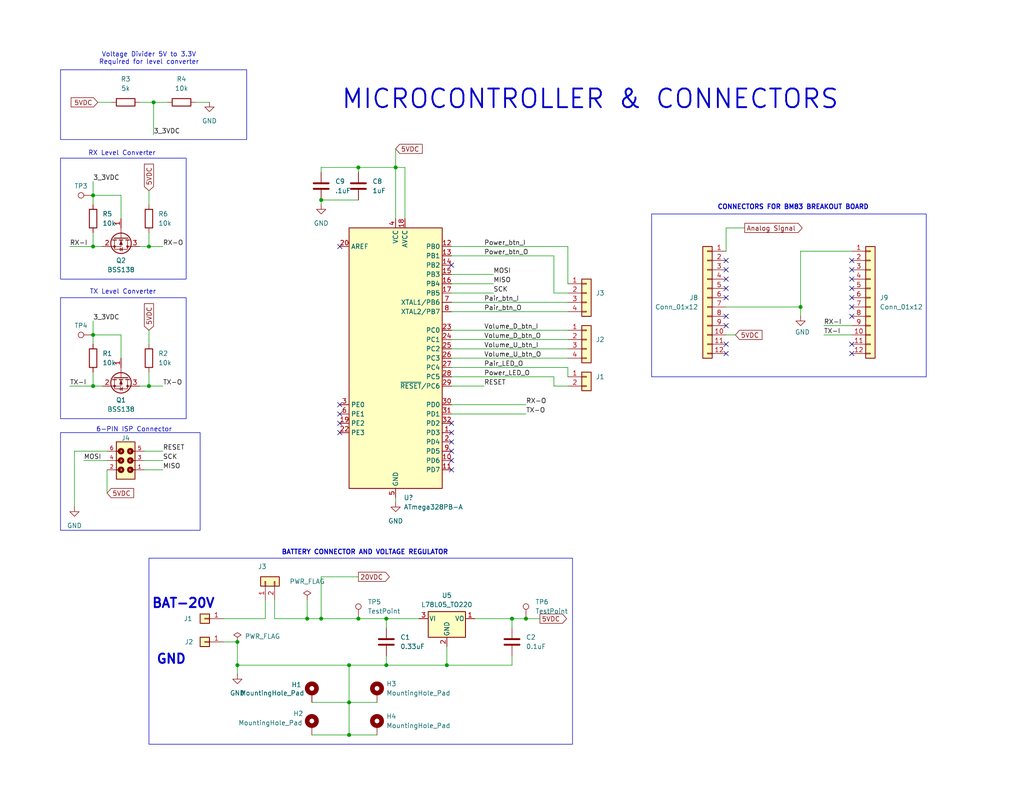
<source format=kicad_sch>
(kicad_sch (version 20231120) (generator "eeschema") (generator_version "8.0")
  (paper "A")
  (title_block (title "Main Bluetooth Speaker") (date "2024-09-06") (rev "A") (company "Synergy Electronics"))
  (lib_symbols
    (symbol "6120XX21621_61200621621:6120XX21621_61200621621" (pin_names (offset 1.016))
      (property "Reference" "J" (at -6.26 0.35 0))
      (symbol "6120XX21621_61200621621_0_0"
        (rectangle (start -5.08 -2.54) (end 5.08 2.54) (stroke (width 0.254)) (fill (type background)))
        (circle (center -2.54 -1.27) (radius 0.254) (stroke (width 0.635)))
        (circle (center -2.54 1.27) (radius 0.254) (stroke (width 0.635)))
        (circle (center 0 -1.27) (radius 0.254) (stroke (width 0.635)))
        (polyline (pts (xy -2.54 -1.27) (xy -2.54 -2.54)) (stroke (width 0.254)))
        (polyline (pts (xy -2.54 1.27) (xy -2.54 2.54)) (stroke (width 0.254)))
        (polyline (pts (xy 0 -1.27) (xy 0 -2.54)) (stroke (width 0.254)))
        (polyline (pts (xy 0 1.27) (xy 0 2.54)) (stroke (width 0.254)))
        (polyline (pts (xy 2.54 -1.27) (xy 2.54 -2.54)) (stroke (width 0.254)))
        (polyline (pts (xy 2.54 1.27) (xy 2.54 2.54)) (stroke (width 0.254)))
        (circle (center 0 1.27) (radius 0.254) (stroke (width 0.635)))
        (circle (center 2.54 -1.27) (radius 0.254) (stroke (width 0.635)))
        (circle (center 2.54 1.27) (radius 0.254) (stroke (width 0.635)))
        (pin passive line (at -2.54 -5.08 90) (length 2.54) (name "~") (number "1"))
        (pin passive line (at -2.54 5.08 270) (length 2.54) (name "~") (number "2"))
        (pin passive line (at 0 -5.08 90) (length 2.54) (name "~") (number "3"))
        (pin passive line (at 0 5.08 270) (length 2.54) (name "~") (number "4"))
        (pin passive line (at 2.54 -5.08 90) (length 2.54) (name "~") (number "5"))
        (pin passive line (at 2.54 5.08 270) (length 2.54) (name "~") (number "6"))
      )
    )
    (symbol "Connector:TestPoint" (pin_numbers hide) (pin_names (offset 0.762) hide)
      (property "Reference" "TP" (at 0 6.858 0))
      (property "Value" "TestPoint" (at 0 5.08 0))
      (symbol "TestPoint_0_1"
        (circle (center 0 3.302) (radius 0.762))
      )
      (symbol "TestPoint_1_1"
        (pin passive line (at 0 0 90) (length 2.54) (name "1") (number "1"))
      )
    )
    (symbol "Connector_Generic:Conn_01x01" (pin_names (offset 1.016) hide)
      (property "Reference" "J" (at 0 2.54 0))
      (property "Value" "Conn_01x01" (at 0 -2.54 0))
      (symbol "Conn_01x01_1_1"
        (rectangle (start -1.27 0.127) (end 0 -0.127) (stroke (width 0.1524)))
        (rectangle (start -1.27 1.27) (end 1.27 -1.27) (stroke (width 0.254)) (fill (type background)))
        (pin passive line (at -5.08 0 0) (length 3.81) (name "Pin_1") (number "1"))
      )
    )
    (symbol "Connector_Generic:Conn_01x02" (pin_names (offset 1.016) hide)
      (property "Reference" "J" (at 0 2.54 0))
      (property "Value" "Conn_01x02" (at 0 -5.08 0))
      (symbol "Conn_01x02_1_1"
        (rectangle (start -1.27 -2.413) (end 0 -2.667) (stroke (width 0.1524)))
        (rectangle (start -1.27 0.127) (end 0 -0.127) (stroke (width 0.1524)))
        (rectangle (start -1.27 1.27) (end 1.27 -3.81) (stroke (width 0.254)) (fill (type background)))
        (pin passive line (at -5.08 0 0) (length 3.81) (name "Pin_1") (number "1"))
        (pin passive line (at -5.08 -2.54 0) (length 3.81) (name "Pin_2") (number "2"))
      )
    )
    (symbol "Connector_Generic:Conn_01x04" (pin_names (offset 1.016) hide)
      (property "Reference" "J" (at 0 5.08 0))
      (property "Value" "Conn_01x04" (at 0 -7.62 0))
      (symbol "Conn_01x04_1_1"
        (rectangle (start -1.27 -4.953) (end 0 -5.207) (stroke (width 0.1524)))
        (rectangle (start -1.27 -2.413) (end 0 -2.667) (stroke (width 0.1524)))
        (rectangle (start -1.27 0.127) (end 0 -0.127) (stroke (width 0.1524)))
        (rectangle (start -1.27 2.667) (end 0 2.413) (stroke (width 0.1524)))
        (rectangle (start -1.27 3.81) (end 1.27 -6.35) (stroke (width 0.254)) (fill (type background)))
        (pin passive line (at -5.08 2.54 0) (length 3.81) (name "Pin_1") (number "1"))
        (pin passive line (at -5.08 0 0) (length 3.81) (name "Pin_2") (number "2"))
        (pin passive line (at -5.08 -2.54 0) (length 3.81) (name "Pin_3") (number "3"))
        (pin passive line (at -5.08 -5.08 0) (length 3.81) (name "Pin_4") (number "4"))
      )
    )
    (symbol "Connector_Generic:Conn_01x12" (pin_names (offset 1.016) hide)
      (property "Reference" "J" (at 0 15.24 0))
      (property "Value" "Conn_01x12" (at 0 -17.78 0))
      (symbol "Conn_01x12_1_1"
        (rectangle (start -1.27 -15.113) (end 0 -15.367) (stroke (width 0.1524)))
        (rectangle (start -1.27 -12.573) (end 0 -12.827) (stroke (width 0.1524)))
        (rectangle (start -1.27 -10.033) (end 0 -10.287) (stroke (width 0.1524)))
        (rectangle (start -1.27 -7.493) (end 0 -7.747) (stroke (width 0.1524)))
        (rectangle (start -1.27 -4.953) (end 0 -5.207) (stroke (width 0.1524)))
        (rectangle (start -1.27 -2.413) (end 0 -2.667) (stroke (width 0.1524)))
        (rectangle (start -1.27 0.127) (end 0 -0.127) (stroke (width 0.1524)))
        (rectangle (start -1.27 2.667) (end 0 2.413) (stroke (width 0.1524)))
        (rectangle (start -1.27 5.207) (end 0 4.953) (stroke (width 0.1524)))
        (rectangle (start -1.27 7.747) (end 0 7.493) (stroke (width 0.1524)))
        (rectangle (start -1.27 10.287) (end 0 10.033) (stroke (width 0.1524)))
        (rectangle (start -1.27 12.827) (end 0 12.573) (stroke (width 0.1524)))
        (rectangle (start -1.27 13.97) (end 1.27 -16.51) (stroke (width 0.254)) (fill (type background)))
        (pin passive line (at -5.08 12.7 0) (length 3.81) (name "Pin_1") (number "1"))
        (pin passive line (at -5.08 -10.16 0) (length 3.81) (name "Pin_10") (number "10"))
        (pin passive line (at -5.08 -12.7 0) (length 3.81) (name "Pin_11") (number "11"))
        (pin passive line (at -5.08 -15.24 0) (length 3.81) (name "Pin_12") (number "12"))
        (pin passive line (at -5.08 10.16 0) (length 3.81) (name "Pin_2") (number "2"))
        (pin passive line (at -5.08 7.62 0) (length 3.81) (name "Pin_3") (number "3"))
        (pin passive line (at -5.08 5.08 0) (length 3.81) (name "Pin_4") (number "4"))
        (pin passive line (at -5.08 2.54 0) (length 3.81) (name "Pin_5") (number "5"))
        (pin passive line (at -5.08 0 0) (length 3.81) (name "Pin_6") (number "6"))
        (pin passive line (at -5.08 -2.54 0) (length 3.81) (name "Pin_7") (number "7"))
        (pin passive line (at -5.08 -5.08 0) (length 3.81) (name "Pin_8") (number "8"))
        (pin passive line (at -5.08 -7.62 0) (length 3.81) (name "Pin_9") (number "9"))
      )
    )
    (symbol "Device:C" (pin_numbers hide) (pin_names (offset 0.254))
      (property "Reference" "C" (at 0.635 2.54 0))
      (property "Value" "C" (at 0.635 -2.54 0))
      (symbol "C_0_1"
        (polyline (pts (xy -2.032 -0.762) (xy 2.032 -0.762)) (stroke (width 0.508)))
        (polyline (pts (xy -2.032 0.762) (xy 2.032 0.762)) (stroke (width 0.508)))
      )
      (symbol "C_1_1"
        (pin passive line (at 0 3.81 270) (length 2.794) (name "~") (number "1"))
        (pin passive line (at 0 -3.81 90) (length 2.794) (name "~") (number "2"))
      )
    )
    (symbol "Device:R" (pin_numbers hide) (pin_names (offset 0))
      (property "Reference" "R" (at 2.032 0 90))
      (property "Value" "R" (at 0 0 90))
      (symbol "R_0_1"
        (rectangle (start -1.016 -2.54) (end 1.016 2.54) (stroke (width 0.254)))
      )
      (symbol "R_1_1"
        (pin passive line (at 0 3.81 270) (length 1.27) (name "~") (number "1"))
        (pin passive line (at 0 -3.81 90) (length 1.27) (name "~") (number "2"))
      )
    )
    (symbol "MCU_Microchip_ATmega:ATmega328PB-A"
      (property "Reference" "U" (at -12.7 36.83 0))
      (property "Value" "ATmega328PB-A" (at 2.54 -36.83 0))
      (symbol "ATmega328PB-A_0_1"
        (rectangle (start -12.7 -35.56) (end 12.7 35.56) (stroke (width 0.254)) (fill (type background)))
      )
      (symbol "ATmega328PB-A_1_1"
        (pin bidirectional line (at 15.24 -20.32 180) (length 2.54) (name "PD3") (number "1"))
        (pin bidirectional line (at 15.24 -27.94 180) (length 2.54) (name "PD6") (number "10"))
        (pin bidirectional line (at 15.24 -30.48 180) (length 2.54) (name "PD7") (number "11"))
        (pin bidirectional line (at 15.24 30.48 180) (length 2.54) (name "PB0") (number "12"))
        (pin bidirectional line (at 15.24 27.94 180) (length 2.54) (name "PB1") (number "13"))
        (pin bidirectional line (at 15.24 25.4 180) (length 2.54) (name "PB2") (number "14"))
        (pin bidirectional line (at 15.24 22.86 180) (length 2.54) (name "PB3") (number "15"))
        (pin bidirectional line (at 15.24 20.32 180) (length 2.54) (name "PB4") (number "16"))
        (pin bidirectional line (at 15.24 17.78 180) (length 2.54) (name "PB5") (number "17"))
        (pin power_in line (at 2.54 38.1 270) (length 2.54) (name "AVCC") (number "18"))
        (pin bidirectional line (at -15.24 -17.78 0) (length 2.54) (name "PE2") (number "19"))
        (pin bidirectional line (at 15.24 -22.86 180) (length 2.54) (name "PD4") (number "2"))
        (pin passive line (at -15.24 30.48 0) (length 2.54) (name "AREF") (number "20"))
        (pin passive line (at 0 -38.1 90) (length 2.54) hide (name "GND") (number "21"))
        (pin bidirectional line (at -15.24 -20.32 0) (length 2.54) (name "PE3") (number "22"))
        (pin bidirectional line (at 15.24 7.62 180) (length 2.54) (name "PC0") (number "23"))
        (pin bidirectional line (at 15.24 5.08 180) (length 2.54) (name "PC1") (number "24"))
        (pin bidirectional line (at 15.24 2.54 180) (length 2.54) (name "PC2") (number "25"))
        (pin bidirectional line (at 15.24 0 180) (length 2.54) (name "PC3") (number "26"))
        (pin bidirectional line (at 15.24 -2.54 180) (length 2.54) (name "PC4") (number "27"))
        (pin bidirectional line (at 15.24 -5.08 180) (length 2.54) (name "PC5") (number "28"))
        (pin bidirectional line (at 15.24 -7.62 180) (length 2.54) (name "~{RESET}/PC6") (number "29"))
        (pin bidirectional line (at -15.24 -12.7 0) (length 2.54) (name "PE0") (number "3"))
        (pin bidirectional line (at 15.24 -12.7 180) (length 2.54) (name "PD0") (number "30"))
        (pin bidirectional line (at 15.24 -15.24 180) (length 2.54) (name "PD1") (number "31"))
        (pin bidirectional line (at 15.24 -17.78 180) (length 2.54) (name "PD2") (number "32"))
        (pin power_in line (at 0 38.1 270) (length 2.54) (name "VCC") (number "4"))
        (pin power_in line (at 0 -38.1 90) (length 2.54) (name "GND") (number "5"))
        (pin bidirectional line (at -15.24 -15.24 0) (length 2.54) (name "PE1") (number "6"))
        (pin bidirectional line (at 15.24 15.24 180) (length 2.54) (name "XTAL1/PB6") (number "7"))
        (pin bidirectional line (at 15.24 12.7 180) (length 2.54) (name "XTAL2/PB7") (number "8"))
        (pin bidirectional line (at 15.24 -25.4 180) (length 2.54) (name "PD5") (number "9"))
      )
    )
    (symbol "Mechanical:MountingHole_Pad" (pin_numbers hide) (pin_names (offset 1.016) hide) (exclude_from_sim yes) (in_bom no)
      (property "Reference" "H" (at 0 6.35 0))
      (property "Value" "MountingHole_Pad" (at 0 4.445 0))
      (symbol "MountingHole_Pad_0_1"
        (circle (center 0 1.27) (radius 1.27) (stroke (width 1.27)))
      )
      (symbol "MountingHole_Pad_1_1"
        (pin input line (at 0 -2.54 90) (length 2.54) (name "1") (number "1"))
      )
    )
    (symbol "Regulator_Linear:L78L05_TO92" (pin_names (offset 0.254))
      (property "Reference" "U" (at -3.81 3.175 0))
      (property "Value" "L78L05_TO92" (at 0 3.175 0))
      (symbol "L78L05_TO92_0_1"
        (rectangle (start -5.08 -5.08) (end 5.08 1.905) (stroke (width 0.254)) (fill (type background)))
      )
      (symbol "L78L05_TO92_1_1"
        (pin power_out line (at 7.62 0 180) (length 2.54) (name "VO") (number "1"))
        (pin power_in line (at 0 -7.62 90) (length 2.54) (name "GND") (number "2"))
        (pin power_in line (at -7.62 0 0) (length 2.54) (name "VI") (number "3"))
      )
    )
    (symbol "Transistor_FET:BSS138" (pin_names hide)
      (property "Reference" "Q" (at 5.08 1.905 0))
      (property "Value" "BSS138" (at 5.08 0 0))
      (symbol "BSS138_0_1"
        (polyline (pts (xy 0.254 0) (xy -2.54 0)))
        (polyline (pts (xy 0.254 1.905) (xy 0.254 -1.905)) (stroke (width 0.254)))
        (polyline (pts (xy 0.762 -1.27) (xy 0.762 -2.286)) (stroke (width 0.254)))
        (polyline (pts (xy 0.762 0.508) (xy 0.762 -0.508)) (stroke (width 0.254)))
        (polyline (pts (xy 0.762 2.286) (xy 0.762 1.27)) (stroke (width 0.254)))
        (polyline (pts (xy 2.54 2.54) (xy 2.54 1.778)))
        (polyline (pts (xy 2.54 -2.54) (xy 2.54 0) (xy 0.762 0)))
        (polyline (pts (xy 0.762 -1.778) (xy 3.302 -1.778) (xy 3.302 1.778) (xy 0.762 1.778)))
        (polyline (pts (xy 1.016 0) (xy 2.032 0.381) (xy 2.032 -0.381) (xy 1.016 0)) (fill (type outline)))
        (polyline (pts (xy 2.794 0.508) (xy 2.921 0.381) (xy 3.683 0.381) (xy 3.81 0.254)))
        (polyline (pts (xy 3.302 0.381) (xy 2.921 -0.254) (xy 3.683 -0.254) (xy 3.302 0.381)))
        (circle (center 1.651 0) (radius 2.794) (stroke (width 0.254)))
        (circle (center 2.54 -1.778) (radius 0.254) (fill (type outline)))
        (circle (center 2.54 1.778) (radius 0.254) (fill (type outline)))
      )
      (symbol "BSS138_1_1"
        (pin input line (at -5.08 0 0) (length 2.54) (name "G") (number "1"))
        (pin passive line (at 2.54 -5.08 90) (length 2.54) (name "S") (number "2"))
        (pin passive line (at 2.54 5.08 270) (length 2.54) (name "D") (number "3"))
      )
    )
    (symbol "power:GND" (power) (pin_numbers hide) (pin_names (offset 0) hide)
      (property "Value" "GND" (at 0 -3.81 0))
      (symbol "GND_0_1"
        (polyline (pts (xy 0 0) (xy 0 -1.27) (xy 1.27 -1.27) (xy 0 -2.54) (xy -1.27 -1.27) (xy 0 -1.27)))
      )
      (symbol "GND_1_1"
        (pin power_in line (at 0 0 270) (length 0) (name "~") (number "1"))
      )
    )
    (symbol "power:PWR_FLAG" (power) (pin_numbers hide) (pin_names (offset 0) hide)
      (property "Value" "PWR_FLAG" (at 0 3.81 0))
      (symbol "PWR_FLAG_0_0"
        (pin power_out line (at 0 0 90) (length 0) (name "~") (number "1"))
      )
      (symbol "PWR_FLAG_0_1"
        (polyline (pts (xy 0 0) (xy 0 1.27) (xy -1.016 1.905) (xy 0 2.54) (xy 1.016 1.905) (xy 0 1.27)))
      )
    )
  )
  (junction (at 95.25 200.66))
  (junction (at 97.79 45.72))
  (junction (at 121.92 181.61))
  (junction (at 87.63 168.91))
  (junction (at 25.4 67.31))
  (junction (at 64.77 175.26))
  (junction (at 41.91 27.94))
  (junction (at 97.79 168.91))
  (junction (at 139.7 168.91))
  (junction (at 40.64 67.31))
  (junction (at 105.41 168.91))
  (junction (at 105.41 181.61))
  (junction (at 95.25 191.77))
  (junction (at 87.63 54.61))
  (junction (at 25.4 105.41))
  (junction (at 218.44 83.82))
  (junction (at 25.4 91.44))
  (junction (at 95.25 181.61))
  (junction (at 64.77 181.61))
  (junction (at 25.4 53.34))
  (junction (at 40.64 105.41))
  (junction (at 107.95 45.72))
  (junction (at 83.82 168.91))
  (junction (at 143.51 168.91))
  (no_connect (at 123.19 72.39))
  (no_connect (at 92.71 67.31))
  (no_connect (at 198.12 73.66))
  (no_connect (at 123.19 118.11))
  (no_connect (at 198.12 86.36))
  (no_connect (at 198.12 93.98))
  (no_connect (at 198.12 96.52))
  (no_connect (at 232.41 76.2))
  (no_connect (at 198.12 88.9))
  (no_connect (at 198.12 78.74))
  (no_connect (at 232.41 78.74))
  (no_connect (at 123.19 128.27))
  (no_connect (at 232.41 83.82))
  (no_connect (at 198.12 81.28))
  (no_connect (at 92.71 113.03))
  (no_connect (at 92.71 118.11))
  (no_connect (at 232.41 81.28))
  (no_connect (at 123.19 120.65))
  (no_connect (at 123.19 115.57))
  (no_connect (at 123.19 123.19))
  (no_connect (at 198.12 76.2))
  (no_connect (at 232.41 93.98))
  (no_connect (at 232.41 86.36))
  (no_connect (at 123.19 125.73))
  (no_connect (at 232.41 73.66))
  (no_connect (at 92.71 110.49))
  (no_connect (at 92.71 115.57))
  (no_connect (at 232.41 96.52))
  (no_connect (at 198.12 71.12))
  (no_connect (at 232.41 71.12))
  (wire (pts (xy 20.32 123.19) (xy 20.32 138.43)))
  (wire (pts (xy 154.94 100.33) (xy 123.19 100.33)))
  (wire (pts (xy 123.19 85.09) (xy 154.94 85.09)))
  (wire (pts (xy 107.95 45.72) (xy 107.95 59.69)))
  (wire (pts (xy 33.02 59.69) (xy 33.02 53.34)))
  (wire (pts (xy 110.49 59.69) (xy 110.49 45.72)))
  (wire (pts (xy 25.4 53.34) (xy 25.4 55.88)))
  (wire (pts (xy 123.19 67.31) (xy 154.94 67.31)))
  (wire (pts (xy 97.79 45.72) (xy 87.63 45.72)))
  (wire (pts (xy 105.41 181.61) (xy 95.25 181.61)))
  (wire (pts (xy 64.77 181.61) (xy 95.25 181.61)))
  (wire (pts (xy 39.37 128.27) (xy 44.45 128.27)))
  (wire (pts (xy 139.7 168.91) (xy 139.7 171.45)))
  (wire (pts (xy 102.87 191.77) (xy 95.25 191.77)))
  (wire (pts (xy 218.44 68.58) (xy 218.44 83.82)))
  (wire (pts (xy 224.79 88.9) (xy 232.41 88.9)))
  (wire (pts (xy 154.94 80.01) (xy 151.13 80.01)))
  (wire (pts (xy 87.63 54.61) (xy 97.79 54.61)))
  (wire (pts (xy 129.54 168.91) (xy 139.7 168.91)))
  (wire (pts (xy 105.41 168.91) (xy 114.3 168.91)))
  (wire (pts (xy 72.39 163.83) (xy 72.39 168.91)))
  (wire (pts (xy 198.12 62.23) (xy 198.12 68.58)))
  (wire (pts (xy 123.19 95.25) (xy 154.94 95.25)))
  (wire (pts (xy 38.1 105.41) (xy 40.64 105.41)))
  (wire (pts (xy 74.93 168.91) (xy 83.82 168.91)))
  (wire (pts (xy 74.93 163.83) (xy 74.93 168.91)))
  (wire (pts (xy 123.19 82.55) (xy 154.94 82.55)))
  (wire (pts (xy 83.82 163.83) (xy 83.82 168.91)))
  (wire (pts (xy 87.63 45.72) (xy 87.63 46.99)))
  (wire (pts (xy 154.94 102.87) (xy 154.94 100.33)))
  (wire (pts (xy 107.95 40.64) (xy 107.95 45.72)))
  (wire (pts (xy 123.19 80.01) (xy 134.62 80.01)))
  (wire (pts (xy 224.79 91.44) (xy 232.41 91.44)))
  (wire (pts (xy 83.82 168.91) (xy 87.63 168.91)))
  (wire (pts (xy 19.05 105.41) (xy 25.4 105.41)))
  (wire (pts (xy 53.34 27.94) (xy 57.15 27.94)))
  (wire (pts (xy 60.96 168.91) (xy 72.39 168.91)))
  (wire (pts (xy 105.41 168.91) (xy 105.41 171.45)))
  (wire (pts (xy 123.19 77.47) (xy 134.62 77.47)))
  (wire (pts (xy 123.19 69.85) (xy 151.13 69.85)))
  (wire (pts (xy 139.7 168.91) (xy 143.51 168.91)))
  (wire (pts (xy 40.64 105.41) (xy 40.64 101.6)))
  (wire (pts (xy 198.12 83.82) (xy 218.44 83.82)))
  (wire (pts (xy 41.91 27.94) (xy 41.91 36.83)))
  (wire (pts (xy 123.19 74.93) (xy 134.62 74.93)))
  (wire (pts (xy 40.64 67.31) (xy 44.45 67.31)))
  (wire (pts (xy 95.25 191.77) (xy 85.09 191.77)))
  (wire (pts (xy 107.95 45.72) (xy 97.79 45.72)))
  (wire (pts (xy 218.44 83.82) (xy 218.44 86.36)))
  (wire (pts (xy 40.64 52.07) (xy 40.64 55.88)))
  (wire (pts (xy 123.19 110.49) (xy 143.51 110.49)))
  (wire (pts (xy 151.13 105.41) (xy 154.94 105.41)))
  (wire (pts (xy 154.94 77.47) (xy 154.94 67.31)))
  (wire (pts (xy 121.92 181.61) (xy 139.7 181.61)))
  (wire (pts (xy 95.25 181.61) (xy 95.25 191.77)))
  (wire (pts (xy 40.64 90.17) (xy 40.64 93.98)))
  (wire (pts (xy 123.19 113.03) (xy 143.51 113.03)))
  (wire (pts (xy 123.19 90.17) (xy 154.94 90.17)))
  (wire (pts (xy 143.51 168.91) (xy 147.32 168.91)))
  (wire (pts (xy 25.4 105.41) (xy 27.94 105.41)))
  (wire (pts (xy 151.13 102.87) (xy 123.19 102.87)))
  (wire (pts (xy 25.4 87.63) (xy 25.4 91.44)))
  (wire (pts (xy 40.64 67.31) (xy 40.64 63.5)))
  (wire (pts (xy 232.41 68.58) (xy 218.44 68.58)))
  (wire (pts (xy 107.95 135.89) (xy 107.95 137.16)))
  (wire (pts (xy 87.63 157.48) (xy 97.79 157.48)))
  (wire (pts (xy 25.4 67.31) (xy 27.94 67.31)))
  (wire (pts (xy 19.05 67.31) (xy 25.4 67.31)))
  (wire (pts (xy 25.4 101.6) (xy 25.4 105.41)))
  (wire (pts (xy 151.13 80.01) (xy 151.13 69.85)))
  (wire (pts (xy 25.4 49.53) (xy 25.4 53.34)))
  (wire (pts (xy 25.4 53.34) (xy 33.02 53.34)))
  (wire (pts (xy 39.37 125.73) (xy 44.45 125.73)))
  (wire (pts (xy 29.21 128.27) (xy 29.21 134.62)))
  (wire (pts (xy 39.37 123.19) (xy 44.45 123.19)))
  (wire (pts (xy 26.67 27.94) (xy 30.48 27.94)))
  (wire (pts (xy 33.02 97.79) (xy 33.02 91.44)))
  (wire (pts (xy 203.2 62.23) (xy 198.12 62.23)))
  (wire (pts (xy 97.79 45.72) (xy 97.79 46.99)))
  (wire (pts (xy 41.91 27.94) (xy 45.72 27.94)))
  (wire (pts (xy 121.92 176.53) (xy 121.92 181.61)))
  (wire (pts (xy 151.13 105.41) (xy 151.13 102.87)))
  (wire (pts (xy 38.1 27.94) (xy 41.91 27.94)))
  (wire (pts (xy 110.49 45.72) (xy 107.95 45.72)))
  (wire (pts (xy 95.25 200.66) (xy 102.87 200.66)))
  (wire (pts (xy 38.1 67.31) (xy 40.64 67.31)))
  (wire (pts (xy 97.79 168.91) (xy 105.41 168.91)))
  (wire (pts (xy 25.4 91.44) (xy 25.4 93.98)))
  (wire (pts (xy 87.63 157.48) (xy 87.63 168.91)))
  (wire (pts (xy 139.7 181.61) (xy 139.7 179.07)))
  (wire (pts (xy 64.77 175.26) (xy 64.77 181.61)))
  (wire (pts (xy 40.64 105.41) (xy 44.45 105.41)))
  (wire (pts (xy 123.19 97.79) (xy 154.94 97.79)))
  (wire (pts (xy 87.63 168.91) (xy 97.79 168.91)))
  (wire (pts (xy 105.41 179.07) (xy 105.41 181.61)))
  (wire (pts (xy 198.12 91.44) (xy 200.66 91.44)))
  (wire (pts (xy 87.63 55.88) (xy 87.63 54.61)))
  (wire (pts (xy 22.86 125.73) (xy 29.21 125.73)))
  (wire (pts (xy 64.77 175.26) (xy 60.96 175.26)))
  (wire (pts (xy 29.21 123.19) (xy 20.32 123.19)))
  (wire (pts (xy 123.19 105.41) (xy 132.08 105.41)))
  (wire (pts (xy 95.25 200.66) (xy 95.25 191.77)))
  (wire (pts (xy 123.19 92.71) (xy 154.94 92.71)))
  (wire (pts (xy 105.41 181.61) (xy 121.92 181.61)))
  (wire (pts (xy 33.02 91.44) (xy 25.4 91.44)))
  (wire (pts (xy 85.09 200.66) (xy 95.25 200.66)))
  (wire (pts (xy 64.77 184.15) (xy 64.77 181.61)))
  (wire (pts (xy 25.4 63.5) (xy 25.4 67.31)))
  (rectangle (start 16.51 43.18) (end 50.8 76.2))
  (rectangle (start 16.51 81.28) (end 50.8 114.3))
  (rectangle (start 40.64 152.4) (end 156.21 203.2))
  (rectangle (start 16.51 118.11) (end 54.61 144.78))
  (rectangle (start 16.51 19.05) (end 67.31 38.1))
  (rectangle (start 177.8 58.42) (end 252.73 102.87))
  (text "BAT-20V" (at 50.038 164.846 0) (effects (font (size 2.54 2.54) (thickness 0.508) (bold yes))))
  (text "CONNECTORS FOR BM83 BREAKOUT BOARD" (at 216.408 56.642 0) (effects (font (size 1.27 1.27) (thickness 0.254) (bold yes))))
  (text "MICROCONTROLLER & CONNECTORS" (at 161.036 27.178 0) (effects (font (size 5.08 5.08) (thickness 0.508) (bold yes))))
  (text "RX Level Converter\n" (at 33.274 41.91 0) (effects (font (size 1.27 1.27))))
  (text "TX Level Converter\n" (at 33.528 79.756 0) (effects (font (size 1.27 1.27))))
  (text "BATTERY CONNECTOR AND VOLTAGE REGULATOR" (at 99.568 150.876 0) (effects (font (size 1.27 1.27) (thickness 0.254) (bold yes))))
  (text "6-PIN ISP Connector" (at 36.576 117.348 0) (effects (font (size 1.27 1.27))))
  (text "GND" (at 46.736 180.086 0) (effects (font (size 2.54 2.54) (thickness 0.508) (bold yes))))
  (text "Voltage Divider 5V to 3.3V\nRequired for level converter" (at 40.64 16.002 0) (effects (font (size 1.27 1.27))))
  (label "Volume_D_btn_O" (at 132.08 92.71 0))
  (label "TX-I" (at 224.79 91.44 0))
  (label "Volume_D_btn_I" (at 132.08 90.17 0))
  (label "3_3VDC" (at 25.4 87.63 0))
  (label "MISO" (at 44.45 128.27 0))
  (label "Power_LED_O" (at 132.08 102.87 0))
  (label "3_3VDC" (at 41.91 36.83 0))
  (label "RX-O" (at 143.51 110.49 0))
  (label "MOSI" (at 22.86 125.73 0))
  (label "3_3VDC" (at 25.4 49.53 0))
  (label "TX-I" (at 19.05 105.41 0))
  (label "MISO" (at 134.62 77.47 0))
  (label "TX-O" (at 143.51 113.03 0))
  (label "Power_btn_O" (at 132.08 69.85 0))
  (label "Volume_U_btn_I" (at 132.08 95.25 0))
  (label "Volume_U_btn_O" (at 132.08 97.79 0))
  (label "RX-I" (at 224.79 88.9 0))
  (label "Pair_btn_O" (at 132.08 85.09 0))
  (label "RX-I" (at 19.05 67.31 0))
  (label "MOSI" (at 134.62 74.93 0))
  (label "SCK" (at 44.45 125.73 0))
  (label "RX-O" (at 44.45 67.31 0))
  (label "SCK" (at 134.62 80.01 0))
  (label "TX-O" (at 44.45 105.41 0))
  (label "RESET" (at 132.08 105.41 0))
  (label "RESET" (at 44.45 123.19 0))
  (label "Pair_btn_I" (at 132.08 82.55 0))
  (label "Pair_LED_O" (at 132.08 100.33 0))
  (label "Power_btn_I" (at 132.08 67.31 0))
  (global_label "5VDC" (shape input) (at 200.66 91.44 0) (property "Intersheetrefs" "${INTERSHEET_REFS}" (effects (hide yes))))
  (global_label "5VDC" (shape input) (at 26.67 27.94 180) (property "Intersheetrefs" "${INTERSHEET_REFS}" (effects (hide yes))))
  (global_label "5VDC" (shape input) (at 107.95 40.64 0) (property "Intersheetrefs" "${INTERSHEET_REFS}" (effects (hide yes))))
  (global_label "5VDC" (shape input) (at 29.21 134.62 0) (property "Intersheetrefs" "${INTERSHEET_REFS}" (effects (hide yes))))
  (global_label "Analog Signal" (shape output) (at 203.2 62.23 0) (property "Intersheetrefs" "${INTERSHEET_REFS}" (effects (hide yes))))
  (global_label "5VDC" (shape output) (at 147.32 168.91 0) (property "Intersheetrefs" "${INTERSHEET_REFS}" (effects (hide yes))))
  (global_label "5VDC" (shape input) (at 40.64 90.17 90) (property "Intersheetrefs" "${INTERSHEET_REFS}" (effects (hide yes))))
  (global_label "5VDC" (shape input) (at 40.64 52.07 90) (property "Intersheetrefs" "${INTERSHEET_REFS}" (effects (hide yes))))
  (global_label "20VDC" (shape output) (at 97.79 157.48 0) (property "Intersheetrefs" "${INTERSHEET_REFS}" (effects (hide yes))))
  (symbol (lib_id "power:GND") (at 57.15 27.94 0) (unit 1)
    (property "Reference" "#PWR04" (effects (hide yes)))
    (property "Value" "GND" (at 57.15 33.02 0))
    (property "Description" "Power symbol creates a global label with name \"GND\" , ground" (effects (hide yes)))
  )
  (symbol (lib_id "Connector_Generic:Conn_01x12") (at 193.04 81.28 0) (mirror y) (unit 1)
    (property "Reference" "J8" (at 190.5 81.2799 0) (effects (justify left)))
    (property "Value" "Conn_01x12" (at 190.5 83.8199 0) (effects (justify left)))
    (property "Footprint" "Connector_PinHeader_2.54mm:PinHeader_1x12_P2.54mm_Vertical" (effects (hide yes)))
    (property "Description" "Generic connector, single row, 01x12, script generated (kicad-library-utils/schlib/autogen/connector/)" (effects (hide yes)))
  )
  (symbol (lib_id "power:GND") (at 20.32 138.43 0) (unit 1)
    (property "Reference" "#PWR03" (effects (hide yes)))
    (property "Value" "GND" (at 20.32 143.51 0))
    (property "Description" "Power symbol creates a global label with name \"GND\" , ground" (effects (hide yes)))
  )
  (symbol (lib_id "Connector:TestPoint") (at 25.4 53.34 90) (unit 1)
    (property "Reference" "TP3" (at 22.098 50.8 90))
    (property "Value" "TestPoint" (effects (hide yes)))
    (property "Footprint" "TestPoint:TestPoint_Pad_D1.5mm" (effects (hide yes)))
    (property "Description" "test point" (effects (hide yes)))
  )
  (symbol (lib_id "Device:C") (at 97.79 50.8 0) (unit 1)
    (property "Reference" "C8" (at 101.6 49.5299 0) (effects (justify left)))
    (property "Value" "1uF" (at 101.6 52.0699 0) (effects (justify left)))
    (property "Footprint" "Capacitor_THT:C_Disc_D4.7mm_W2.5mm_P5.00mm" (effects (hide yes)))
    (property "Description" "Unpolarized capacitor" (effects (hide yes)))
  )
  (symbol (lib_id "Transistor_FET:BSS138") (at 33.02 102.87 270) (unit 1)
    (property "Reference" "Q1" (at 33.02 109.22 90))
    (property "Value" "BSS138" (at 33.02 111.76 90))
    (property "Footprint" "Package_TO_SOT_SMD:SOT-23-3" (effects (hide yes)))
    (property "Datasheet" "https://www.onsemi.com/pub/Collateral/BSS138-D.PDF" (effects (hide yes)))
    (property "Description" "50V Vds, 0.22A Id, N-Channel MOSFET, SOT-23" (effects (hide yes)))
  )
  (symbol (lib_id "Device:R") (at 25.4 59.69 0) (unit 1)
    (property "Reference" "R5" (at 27.94 58.4199 0) (effects (justify left)))
    (property "Value" "10k" (at 27.94 60.9599 0) (effects (justify left)))
    (property "Footprint" "Resistor_THT:R_Axial_DIN0309_L9.0mm_D3.2mm_P12.70mm_Horizontal" (effects (hide yes)))
    (property "Description" "Resistor" (effects (hide yes)))
  )
  (symbol (lib_id "Connector_Generic:Conn_01x02") (at 160.02 102.87 0) (unit 1)
    (property "Reference" "J1" (at 162.56 102.8699 0) (effects (justify left)))
    (property "Value" "Conn_01x02" (effects (hide yes)))
    (property "Footprint" "Connector_PinHeader_2.54mm:PinHeader_1x02_P2.54mm_Vertical" (effects (hide yes)))
    (property "Description" "Generic connector, single row, 01x02, script generated (kicad-library-utils/schlib/autogen/connector/)" (effects (hide yes)))
  )
  (symbol (lib_id "Connector:TestPoint") (at 143.51 168.91 0) (unit 1)
    (property "Reference" "TP6" (at 146.05 164.3379 0) (effects (justify left)))
    (property "Value" "TestPoint" (at 146.05 166.8779 0) (effects (justify left)))
    (property "Footprint" "TestPoint:TestPoint_Pad_D1.5mm" (effects (hide yes)))
    (property "Description" "test point" (effects (hide yes)))
  )
  (symbol (lib_id "Mechanical:MountingHole_Pad") (at 102.87 198.12 0) (unit 1) (exclude_from_sim yes) (in_bom no)
    (property "Reference" "H4" (at 105.41 195.5799 0) (effects (justify left)))
    (property "Value" "MountingHole_Pad" (at 105.41 198.1199 0) (effects (justify left)))
    (property "Footprint" "MountingHole:MountingHole_3.5mm_Pad_TopBottom" (effects (hide yes)))
    (property "Description" "Mounting Hole with connection" (effects (hide yes)))
  )
  (symbol (lib_id "power:GND") (at 107.95 137.16 0) (unit 1)
    (property "Reference" "#PWR02" (effects (hide yes)))
    (property "Value" "GND" (at 107.95 142.24 0))
    (property "Description" "Power symbol creates a global label with name \"GND\" , ground" (effects (hide yes)))
  )
  (symbol (lib_id "power:GND") (at 218.44 86.36 0) (unit 1)
    (property "Reference" "#PWR05" (effects (hide yes)))
    (property "Value" "GND" (at 218.948 90.678 0))
    (property "Description" "Power symbol creates a global label with name \"GND\" , ground" (effects (hide yes)))
  )
  (symbol (lib_id "Device:C") (at 139.7 175.26 0) (unit 1)
    (property "Reference" "C2" (at 143.51 173.9899 0) (effects (justify left)))
    (property "Value" "0.1uF" (at 143.51 176.5299 0) (effects (justify left)))
    (property "Footprint" "Capacitor_THT:C_Disc_D4.7mm_W2.5mm_P5.00mm" (effects (hide yes)))
    (property "Description" "Unpolarized capacitor" (effects (hide yes)))
  )
  (symbol (lib_id "power:GND") (at 87.63 55.88 0) (unit 1)
    (property "Reference" "#PWR016" (effects (hide yes)))
    (property "Value" "GND" (at 87.63 60.96 0))
    (property "Description" "Power symbol creates a global label with name \"GND\" , ground" (effects (hide yes)))
  )
  (symbol (lib_id "Device:C") (at 105.41 175.26 0) (unit 1)
    (property "Reference" "C1" (at 109.22 173.9899 0) (effects (justify left)))
    (property "Value" "0.33uF" (at 109.22 176.5299 0) (effects (justify left)))
    (property "Footprint" "Capacitor_THT:C_Disc_D4.7mm_W2.5mm_P5.00mm" (effects (hide yes)))
    (property "Description" "Unpolarized capacitor" (effects (hide yes)))
  )
  (symbol (lib_id "Mechanical:MountingHole_Pad") (at 85.09 189.23 0) (unit 1) (exclude_from_sim yes) (in_bom no)
    (property "Reference" "H1" (at 79.502 186.944 0) (effects (justify left)))
    (property "Value" "MountingHole_Pad" (at 65.532 189.23 0) (effects (justify left)))
    (property "Footprint" "MountingHole:MountingHole_3.5mm_Pad_TopBottom" (effects (hide yes)))
    (property "Description" "Mounting Hole with connection" (effects (hide yes)))
  )
  (symbol (lib_id "Connector_Generic:Conn_01x04") (at 160.02 80.01 0) (unit 1)
    (property "Reference" "J3" (at 162.56 80.0099 0) (effects (justify left)))
    (property "Value" "Conn_01x04" (effects (hide yes)))
    (property "Footprint" "Connector_PinHeader_2.00mm:PinHeader_1x04_P2.00mm_Vertical" (effects (hide yes)))
    (property "Description" "Generic connector, single row, 01x04, script generated (kicad-library-utils/schlib/autogen/connector/)" (effects (hide yes)))
  )
  (symbol (lib_id "power:PWR_FLAG") (at 64.77 175.26 0) (unit 1)
    (property "Reference" "#FLG04" (effects (hide yes)))
    (property "Value" "PWR_FLAG" (at 71.628 173.736 0))
    (property "Description" "Special symbol for telling ERC where power comes from" (effects (hide yes)))
  )
  (symbol (lib_id "Device:R") (at 34.29 27.94 90) (unit 1)
    (property "Reference" "R3" (at 34.29 21.59 90))
    (property "Value" "5k" (at 34.29 24.13 90))
    (property "Footprint" "Resistor_THT:R_Axial_DIN0309_L9.0mm_D3.2mm_P12.70mm_Horizontal" (effects (hide yes)))
    (property "Description" "Resistor" (effects (hide yes)))
  )
  (symbol (lib_id "Connector_Generic:Conn_01x04") (at 160.02 92.71 0) (unit 1)
    (property "Reference" "J2" (at 162.56 92.7099 0) (effects (justify left)))
    (property "Value" "Conn_01x04" (effects (hide yes)))
    (property "Footprint" "Connector_PinHeader_2.00mm:PinHeader_1x04_P2.00mm_Vertical" (effects (hide yes)))
    (property "Description" "Generic connector, single row, 01x04, script generated (kicad-library-utils/schlib/autogen/connector/)" (effects (hide yes)))
  )
  (symbol (lib_id "Mechanical:MountingHole_Pad") (at 85.09 198.12 0) (unit 1) (exclude_from_sim yes) (in_bom no)
    (property "Reference" "H2" (at 80.01 194.818 0) (effects (justify left)))
    (property "Value" "MountingHole_Pad" (at 65.024 197.358 0) (effects (justify left)))
    (property "Footprint" "MountingHole:MountingHole_3.5mm_Pad_TopBottom" (effects (hide yes)))
    (property "Description" "Mounting Hole with connection" (effects (hide yes)))
  )
  (symbol (lib_id "Connector:TestPoint") (at 25.4 91.44 90) (unit 1)
    (property "Reference" "TP4" (at 22.098 88.9 90))
    (property "Value" "TestPoint" (effects (hide yes)))
    (property "Footprint" "TestPoint:TestPoint_Pad_D1.5mm" (effects (hide yes)))
    (property "Description" "test point" (effects (hide yes)))
  )
  (symbol (lib_id "Connector:TestPoint") (at 97.79 168.91 0) (unit 1)
    (property "Reference" "TP5" (at 100.33 164.3379 0) (effects (justify left)))
    (property "Value" "TestPoint" (at 100.33 166.8779 0) (effects (justify left)))
    (property "Footprint" "TestPoint:TestPoint_Pad_D1.5mm" (effects (hide yes)))
    (property "Description" "test point" (effects (hide yes)))
  )
  (symbol (lib_id "Connector_Generic:Conn_01x12") (at 237.49 81.28 0) (unit 1)
    (property "Reference" "J9" (at 240.03 81.2799 0) (effects (justify left)))
    (property "Value" "Conn_01x12" (at 240.03 83.8199 0) (effects (justify left)))
    (property "Footprint" "Connector_PinHeader_2.54mm:PinHeader_1x12_P2.54mm_Vertical" (effects (hide yes)))
    (property "Description" "Generic connector, single row, 01x12, script generated (kicad-library-utils/schlib/autogen/connector/)" (effects (hide yes)))
  )
  (symbol (lib_id "Connector_Generic:Conn_01x02") (at 72.39 158.75 90) (unit 1)
    (property "Reference" "J3" (at 70.358 154.686 90) (effects (justify right)))
    (property "Value" "Conn_01x02" (effects (hide yes)))
    (property "Footprint" "Connector_PinHeader_2.54mm:PinHeader_1x02_P2.54mm_Vertical" (effects (hide yes)))
    (property "Description" "Generic connector, single row, 01x02, script generated (kicad-library-utils/schlib/autogen/connector/)" (effects (hide yes)))
  )
  (symbol (lib_id "Transistor_FET:BSS138") (at 33.02 64.77 270) (unit 1)
    (property "Reference" "Q2" (at 33.02 71.12 90))
    (property "Value" "BSS138" (at 33.02 73.66 90))
    (property "Footprint" "Package_TO_SOT_SMD:SOT-23-3" (effects (hide yes)))
    (property "Datasheet" "https://www.onsemi.com/pub/Collateral/BSS138-D.PDF" (effects (hide yes)))
    (property "Description" "50V Vds, 0.22A Id, N-Channel MOSFET, SOT-23" (effects (hide yes)))
  )
  (symbol (lib_id "Regulator_Linear:L78L05_TO92") (at 121.92 168.91 0) (unit 1)
    (property "Reference" "U5" (at 121.92 162.56 0))
    (property "Value" "L78L05_TO220" (at 121.92 165.1 0))
    (property "Footprint" "Package_TO_SOT_THT:TO-220-3_Vertical" (effects (hide yes)))
    (property "Datasheet" "http://www.st.com/content/ccc/resource/technical/document/datasheet/15/55/e5/aa/23/5b/43/fd/CD00000446.pdf/files/CD00000446.pdf/jcr:content/translations/en.CD00000446.pdf" (effects (hide yes)))
    (property "Description" "Positive 100mA 30V Linear Regulator, Fixed Output 5V, TO-92" (effects (hide yes)))
  )
  (symbol (lib_id "Mechanical:MountingHole_Pad") (at 102.87 189.23 0) (unit 1) (exclude_from_sim yes) (in_bom no)
    (property "Reference" "H3" (at 105.41 186.6899 0) (effects (justify left)))
    (property "Value" "MountingHole_Pad" (at 105.41 189.2299 0) (effects (justify left)))
    (property "Footprint" "MountingHole:MountingHole_3.5mm_Pad_TopBottom" (effects (hide yes)))
    (property "Description" "Mounting Hole with connection" (effects (hide yes)))
  )
  (symbol (lib_id "Device:C") (at 87.63 50.8 0) (unit 1)
    (property "Reference" "C9" (at 91.44 49.5299 0) (effects (justify left)))
    (property "Value" ".1uF" (at 91.44 52.0699 0) (effects (justify left)))
    (property "Footprint" "Capacitor_THT:C_Disc_D4.7mm_W2.5mm_P5.00mm" (effects (hide yes)))
    (property "Description" "Unpolarized capacitor" (effects (hide yes)))
  )
  (symbol (lib_id "6120XX21621_61200621621:6120XX21621_61200621621") (at 34.29 125.73 90) (unit 1)
    (property "Reference" "J4" (at 34.29 119.634 90))
    (property "Value" "6120XX21621_61200621621" (effects (hide yes)))
    (property "Footprint" "61200621621:61200621621" (effects (hide yes)))
    (property "CONTACT-RESISTANCE" "20mOhm" (effects (hide yes)))
    (property "GENDER" "Male" (effects (hide yes)))
    (property "MOUNT" "THT" (effects (hide yes)))
    (property "IR" "3A" (effects (hide yes)))
    (property "VALUE" "61200621621" (effects (hide yes)))
    (property "PACKAGING" "Tray" (effects (hide yes)))
    (property "PART-NUMBER" "61200621621" (effects (hide yes)))
    (property "LENGTH" "15.28mm" (effects (hide yes)))
    (property "DATASHEET-URL" "https://www.we-online.com/redexpert/spec/61200621621?ae" (effects (hide yes)))
    (property "WORKING-VOLTAGE" "250V(AC)" (effects (hide yes)))
    (property "PINS" "6" (effects (hide yes)))
    (property "PITCH" "2.54mm" (effects (hide yes)))
    (property "TYPE" "Straight" (effects (hide yes)))
  )
  (symbol (lib_id "Connector_Generic:Conn_01x01") (at 55.88 168.91 180) (unit 1)
    (property "Reference" "J1" (at 51.308 168.91 0))
    (property "Value" "Conn_01x01" (effects (hide yes)))
    (property "Footprint" "TestPoint:TestPoint_Keystone_5010-5014_Multipurpose" (effects (hide yes)))
    (property "Description" "Generic connector, single row, 01x01, script generated (kicad-library-utils/schlib/autogen/connector/)" (effects (hide yes)))
  )
  (symbol (lib_id "power:GND") (at 64.77 184.15 0) (unit 1)
    (property "Reference" "#PWR08" (effects (hide yes)))
    (property "Value" "GND" (at 64.77 189.23 0))
    (property "Description" "Power symbol creates a global label with name \"GND\" , ground" (effects (hide yes)))
  )
  (symbol (lib_id "Connector_Generic:Conn_01x01") (at 55.88 175.26 180) (unit 1)
    (property "Reference" "J2" (at 51.562 175.26 0))
    (property "Value" "Conn_01x01" (effects (hide yes)))
    (property "Footprint" "TestPoint:TestPoint_Keystone_5010-5014_Multipurpose" (effects (hide yes)))
    (property "Description" "Generic connector, single row, 01x01, script generated (kicad-library-utils/schlib/autogen/connector/)" (effects (hide yes)))
  )
  (symbol (lib_id "power:PWR_FLAG") (at 83.82 163.83 0) (unit 1)
    (property "Reference" "#FLG05" (effects (hide yes)))
    (property "Value" "PWR_FLAG" (at 83.82 158.75 0))
    (property "Description" "Special symbol for telling ERC where power comes from" (effects (hide yes)))
  )
  (symbol (lib_id "Device:R") (at 25.4 97.79 0) (unit 1)
    (property "Reference" "R1" (at 27.94 96.5199 0) (effects (justify left)))
    (property "Value" "10k" (at 27.94 99.0599 0) (effects (justify left)))
    (property "Footprint" "Resistor_THT:R_Axial_DIN0309_L9.0mm_D3.2mm_P12.70mm_Horizontal" (effects (hide yes)))
    (property "Description" "Resistor" (effects (hide yes)))
  )
  (symbol (lib_id "Device:R") (at 49.53 27.94 90) (unit 1)
    (property "Reference" "R4" (at 49.53 21.59 90))
    (property "Value" "10k" (at 49.53 24.13 90))
    (property "Footprint" "Resistor_THT:R_Axial_DIN0309_L9.0mm_D3.2mm_P12.70mm_Horizontal" (effects (hide yes)))
    (property "Description" "Resistor" (effects (hide yes)))
  )
  (symbol (lib_id "MCU_Microchip_ATmega:ATmega328PB-A") (at 107.95 97.79 0) (unit 1)
    (property "Reference" "U?" (at 110.1441 135.89 0) (effects (justify left)))
    (property "Value" "ATmega328PB-A" (at 110.1441 138.43 0) (effects (justify left)))
    (property "Footprint" "Package_QFP:TQFP-32_7x7mm_P0.8mm" (effects (hide yes)))
    (property "Datasheet" "http://ww1.microchip.com/downloads/en/DeviceDoc/40001906C.pdf" (effects (hide yes)))
    (property "Description" "20MHz, 32kB Flash, 2kB SRAM, 1kB EEPROM, TQFP-32" (effects (hide yes)))
  )
  (symbol (lib_id "Device:R") (at 40.64 59.69 0) (unit 1)
    (property "Reference" "R6" (at 43.18 58.4199 0) (effects (justify left)))
    (property "Value" "10k" (at 43.18 60.9599 0) (effects (justify left)))
    (property "Footprint" "Resistor_THT:R_Axial_DIN0309_L9.0mm_D3.2mm_P12.70mm_Horizontal" (effects (hide yes)))
    (property "Description" "Resistor" (effects (hide yes)))
  )
  (symbol (lib_id "Device:R") (at 40.64 97.79 0) (unit 1)
    (property "Reference" "R2" (at 43.18 96.5199 0) (effects (justify left)))
    (property "Value" "10k" (at 43.18 99.0599 0) (effects (justify left)))
    (property "Footprint" "Resistor_THT:R_Axial_DIN0309_L9.0mm_D3.2mm_P12.70mm_Horizontal" (effects (hide yes)))
    (property "Description" "Resistor" (effects (hide yes)))
  )
)
</source>
